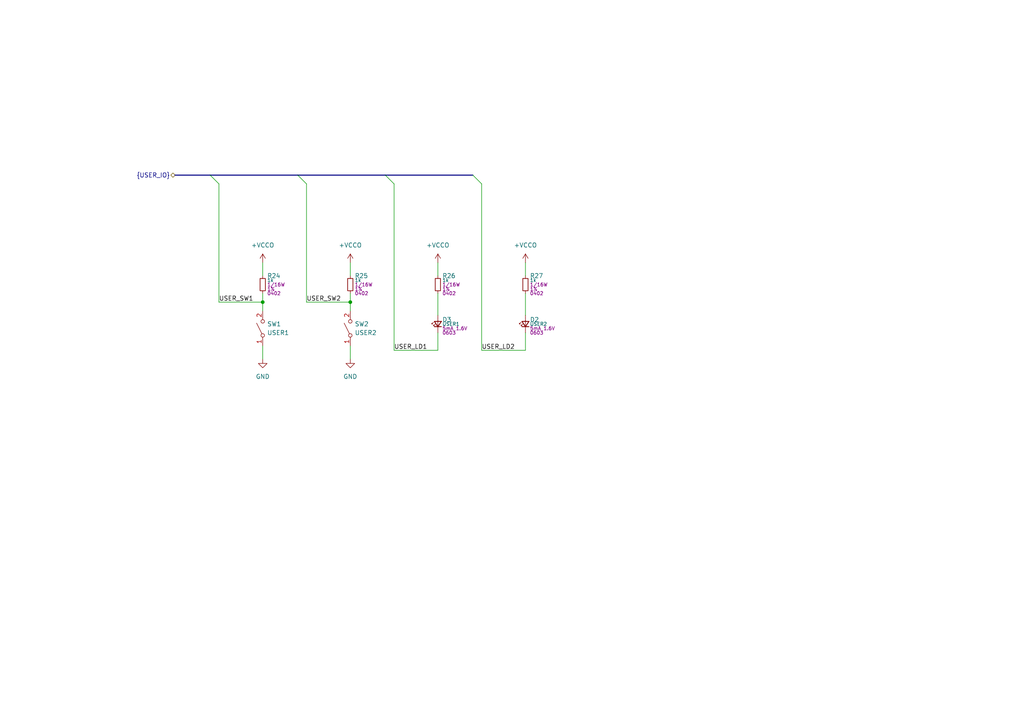
<source format=kicad_sch>
(kicad_sch (version 20230121) (generator eeschema)
  (paper "A4")
  (title_block (title "PCIeDMA") (date "2024-01-01") (rev "1") (company "github.com/eggsampler"))
  (lib_symbols
    (symbol "Device:LED_Small" (pin_numbers hide) (pin_names (offset 0.254) hide)
      (property "Reference" "D" (at -1.27 3.175 0))
      (property "Value" "LED_Small" (at -4.445 -2.54 0))
      (symbol "LED_Small_0_1"
        (polyline (pts (xy -0.762 -1.016) (xy -0.762 1.016)) (stroke (width 0.254)))
        (polyline (pts (xy 1.016 0) (xy -0.762 0)))
        (polyline (pts (xy 0.762 -1.016) (xy -0.762 0) (xy 0.762 1.016) (xy 0.762 -1.016)) (stroke (width 0.254)))
        (polyline (pts (xy 0 0.762) (xy -0.508 1.27) (xy -0.254 1.27) (xy -0.508 1.27) (xy -0.508 1.016)))
        (polyline (pts (xy 0.508 1.27) (xy 0 1.778) (xy 0.254 1.778) (xy 0 1.778) (xy 0 1.524)))
      )
      (symbol "LED_Small_1_1"
        (pin passive line (at -2.54 0 0) (length 1.778) (name "K") (number "1"))
        (pin passive line (at 2.54 0 180) (length 1.778) (name "A") (number "2"))
      )
    )
    (symbol "Device:R_Small" (pin_numbers hide) (pin_names (offset 0.254) hide)
      (property "Reference" "R" (at 0.762 0.508 0))
      (property "Value" "R_Small" (at 0.762 -1.016 0))
      (symbol "R_Small_0_1"
        (rectangle (start -0.762 1.778) (end 0.762 -1.778) (stroke (width 0.2032)))
      )
      (symbol "R_Small_1_1"
        (pin passive line (at 0 2.54 270) (length 0.762) (name "~") (number "1"))
        (pin passive line (at 0 -2.54 90) (length 0.762) (name "~") (number "2"))
      )
    )
    (symbol "PCIeDMA:+VCCO" (power) (pin_names (offset 0))
      (property "Value" "+VCCO" (at 0 3.556 0))
      (symbol "+VCCO_0_1"
        (polyline (pts (xy -0.762 1.27) (xy 0 2.54)))
        (polyline (pts (xy 0 0) (xy 0 2.54)))
        (polyline (pts (xy 0 2.54) (xy 0.762 1.27)))
      )
      (symbol "+VCCO_1_1"
        (pin power_in line (at 0 0 90) (length 0) hide (name "+VCCO") (number "1"))
      )
    )
    (symbol "Switch:SW_SPST" (pin_names (offset 0) hide)
      (property "Reference" "SW" (at 0 3.175 0))
      (property "Value" "SW_SPST" (at 0 -2.54 0))
      (symbol "SW_SPST_0_0"
        (circle (center -2.032 0) (radius 0.508))
        (polyline (pts (xy -1.524 0.254) (xy 1.524 1.778)))
        (circle (center 2.032 0) (radius 0.508))
      )
      (symbol "SW_SPST_1_1"
        (pin passive line (at -5.08 0 0) (length 2.54) (name "A") (number "1"))
        (pin passive line (at 5.08 0 180) (length 2.54) (name "B") (number "2"))
      )
    )
    (symbol "power:GND" (power) (pin_names (offset 0))
      (property "Value" "GND" (at 0 -3.81 0))
      (symbol "GND_0_1"
        (polyline (pts (xy 0 0) (xy 0 -1.27) (xy 1.27 -1.27) (xy 0 -2.54) (xy -1.27 -1.27) (xy 0 -1.27)))
      )
      (symbol "GND_1_1"
        (pin power_in line (at 0 0 270) (length 0) hide (name "GND") (number "1"))
      )
    )
  )
  (junction (at 76.2 87.63))
  (junction (at 101.6 87.63))
  (bus_entry (at 137.16 50.8) (size 2.54 2.54))
  (bus_entry (at 86.36 50.8) (size 2.54 2.54))
  (bus_entry (at 111.76 50.8) (size 2.54 2.54))
  (bus_entry (at 60.96 50.8) (size 2.54 2.54))
  (wire (pts (xy 76.2 87.63) (xy 76.2 90.17)))
  (wire (pts (xy 152.4 85.09) (xy 152.4 91.44)))
  (wire (pts (xy 114.3 53.34) (xy 114.3 101.6)))
  (wire (pts (xy 127 76.2) (xy 127 80.01)))
  (wire (pts (xy 76.2 100.33) (xy 76.2 104.14)))
  (wire (pts (xy 152.4 76.2) (xy 152.4 80.01)))
  (wire (pts (xy 88.9 87.63) (xy 101.6 87.63)))
  (wire (pts (xy 88.9 53.34) (xy 88.9 87.63)))
  (bus (pts (xy 86.36 50.8) (xy 111.76 50.8)))
  (wire (pts (xy 63.5 53.34) (xy 63.5 87.63)))
  (wire (pts (xy 114.3 101.6) (xy 127 101.6)))
  (wire (pts (xy 101.6 85.09) (xy 101.6 87.63)))
  (bus (pts (xy 111.76 50.8) (xy 137.16 50.8)))
  (wire (pts (xy 127 96.52) (xy 127 101.6)))
  (wire (pts (xy 101.6 87.63) (xy 101.6 90.17)))
  (bus (pts (xy 50.8 50.8) (xy 60.96 50.8)))
  (wire (pts (xy 63.5 87.63) (xy 76.2 87.63)))
  (wire (pts (xy 152.4 96.52) (xy 152.4 101.6)))
  (wire (pts (xy 101.6 76.2) (xy 101.6 80.01)))
  (wire (pts (xy 101.6 100.33) (xy 101.6 104.14)))
  (bus (pts (xy 60.96 50.8) (xy 86.36 50.8)))
  (wire (pts (xy 127 85.09) (xy 127 91.44)))
  (wire (pts (xy 76.2 76.2) (xy 76.2 80.01)))
  (wire (pts (xy 139.7 53.34) (xy 139.7 101.6)))
  (wire (pts (xy 152.4 101.6) (xy 139.7 101.6)))
  (wire (pts (xy 76.2 87.63) (xy 76.2 85.09)))
  (label "USER_LD2" (at 139.7 101.6 0))
  (label "USER_SW1" (at 63.5 87.63 0))
  (label "USER_SW2" (at 88.9 87.63 0))
  (label "USER_LD1" (at 114.3 101.6 0))
  (hierarchical_label "{USER_IO}" (shape bidirectional) (at 50.8 50.8 180))
  (symbol (lib_id "Switch:SW_SPST") (at 76.2 95.25 90) (unit 1)
    (property "Reference" "SW1" (at 77.47 93.9799 90) (effects (justify right)))
    (property "Value" "USER1" (at 77.47 96.5199 90) (effects (justify right)))
    (property "Footprint" "Button_Switch_SMD:SW_SPST_B3U-1000P" (effects hide))
  )
  (symbol (lib_id "Device:LED_Small") (at 127 93.98 90) (unit 1)
    (property "Reference" "D3" (at 128.27 92.71 90) (effects (justify right)))
    (property "Value" "USER1" (at 128.27 93.98 90) (effects (font (size 1 1)) (justify right)))
    (property "Footprint" "LED_SMD:LED_0603_1608Metric" (effects hide))
    (property "Rating" "5mA 1.6V" (at 128.27 95.25 90) (effects (font (size 1 1)) (justify right)))
    (property "Size" "0603" (at 128.27 96.52 90) (effects (font (size 1 1)) (justify right)))
  )
  (symbol (lib_id "Device:LED_Small") (at 152.4 93.98 90) (unit 1)
    (property "Reference" "D2" (at 153.67 92.71 90) (effects (justify right)))
    (property "Value" "USER2" (at 153.67 93.98 90) (effects (font (size 1 1)) (justify right)))
    (property "Footprint" "LED_SMD:LED_0603_1608Metric" (effects hide))
    (property "Rating" "5mA 1.6V" (at 153.67 95.25 90) (effects (font (size 1 1)) (justify right)))
    (property "Size" "0603" (at 153.67 96.52 90) (effects (font (size 1 1)) (justify right)))
  )
  (symbol (lib_id "power:GND") (at 76.2 104.14 0) (unit 1)
    (property "Reference" "#PWR055" (effects hide))
    (property "Value" "GND" (at 76.2 109.22 0))
  )
  (symbol (lib_id "Device:R_Small") (at 101.6 82.55 0) (unit 1)
    (property "Reference" "R25" (at 102.87 80.01 0) (effects (justify left)))
    (property "Value" "1k" (at 102.87 81.28 0) (effects (font (size 1 1)) (justify left)))
    (property "Footprint" "Resistor_SMD:R_0402_1005Metric" (effects hide))
    (property "Rating" "1/16W" (at 102.87 82.55 0) (effects (font (size 1 1)) (justify left)))
    (property "Tolerance" "1%" (at 102.87 83.82 0) (effects (font (size 1 1)) (justify left)))
    (property "Size" "0402" (at 102.87 85.09 0) (effects (font (size 1 1)) (justify left)))
  )
  (symbol (lib_id "Device:R_Small") (at 76.2 82.55 0) (unit 1)
    (property "Reference" "R24" (at 77.47 80.01 0) (effects (justify left)))
    (property "Value" "1k" (at 77.47 81.28 0) (effects (font (size 1 1)) (justify left)))
    (property "Footprint" "Resistor_SMD:R_0402_1005Metric" (effects hide))
    (property "Rating" "1/16W" (at 77.47 82.55 0) (effects (font (size 1 1)) (justify left)))
    (property "Tolerance" "1%" (at 77.47 83.82 0) (effects (font (size 1 1)) (justify left)))
    (property "Size" "0402" (at 77.47 85.09 0) (effects (font (size 1 1)) (justify left)))
  )
  (symbol (lib_id "Device:R_Small") (at 127 82.55 0) (unit 1)
    (property "Reference" "R26" (at 128.27 80.01 0) (effects (justify left)))
    (property "Value" "1k" (at 128.27 81.28 0) (effects (font (size 1 1)) (justify left)))
    (property "Footprint" "Resistor_SMD:R_0402_1005Metric" (effects hide))
    (property "Rating" "1/16W" (at 128.27 82.55 0) (effects (font (size 1 1)) (justify left)))
    (property "Tolerance" "1%" (at 128.27 83.82 0) (effects (font (size 1 1)) (justify left)))
    (property "Size" "0402" (at 128.27 85.09 0) (effects (font (size 1 1)) (justify left)))
  )
  (symbol (lib_id "power:GND") (at 101.6 104.14 0) (unit 1)
    (property "Reference" "#PWR057" (effects hide))
    (property "Value" "GND" (at 101.6 109.22 0))
  )
  (symbol (lib_id "PCIeDMA:+VCCO") (at 101.6 76.2 0) (unit 1)
    (property "Reference" "#PWR056" (effects hide))
    (property "Value" "+VCCO" (at 101.6 71.12 0))
  )
  (symbol (lib_id "PCIeDMA:+VCCO") (at 152.4 76.2 0) (unit 1)
    (property "Reference" "#PWR059" (effects hide))
    (property "Value" "+VCCO" (at 152.4 71.12 0))
  )
  (symbol (lib_id "PCIeDMA:+VCCO") (at 76.2 76.2 0) (unit 1)
    (property "Reference" "#PWR054" (effects hide))
    (property "Value" "+VCCO" (at 76.2 71.12 0))
  )
  (symbol (lib_id "Device:R_Small") (at 152.4 82.55 0) (unit 1)
    (property "Reference" "R27" (at 153.67 80.01 0) (effects (justify left)))
    (property "Value" "1k" (at 153.67 81.28 0) (effects (font (size 1 1)) (justify left)))
    (property "Footprint" "Resistor_SMD:R_0402_1005Metric" (effects hide))
    (property "Rating" "1/16W" (at 153.67 82.55 0) (effects (font (size 1 1)) (justify left)))
    (property "Tolerance" "1%" (at 153.67 83.82 0) (effects (font (size 1 1)) (justify left)))
    (property "Size" "0402" (at 153.67 85.09 0) (effects (font (size 1 1)) (justify left)))
  )
  (symbol (lib_id "PCIeDMA:+VCCO") (at 127 76.2 0) (unit 1)
    (property "Reference" "#PWR058" (effects hide))
    (property "Value" "+VCCO" (at 127 71.12 0))
  )
  (symbol (lib_id "Switch:SW_SPST") (at 101.6 95.25 90) (unit 1)
    (property "Reference" "SW2" (at 102.87 93.9799 90) (effects (justify right)))
    (property "Value" "USER2" (at 102.87 96.5199 90) (effects (justify right)))
    (property "Footprint" "Button_Switch_SMD:SW_SPST_B3U-1000P" (effects hide))
  )
)
</source>
